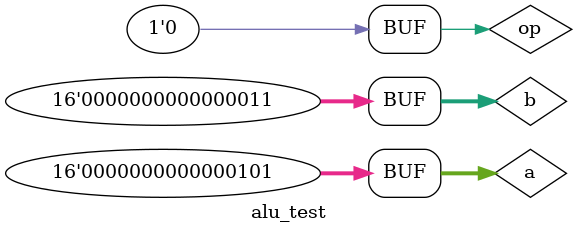
<source format=v>
`timescale 1ns / 1ps


module alu_test;

	// Inputs
	reg [15:0] a;
	reg [15:0] b;
	wire [15:0] data_out;
	reg op;

	// Instantiate the Unit Under Test (UUT)
	alu uut (
		.a(a), 
		.b(b),
		.op(op),
		.data_out(data_out)
	);

	initial begin
		// Initialize Inputs
		a = 0;
		b = 0;
		op = 1;

		// Wait 100 ns for global reset to finish
		#100;
		a = 5;
		b = 3;
		#2 op = 0;
        
		// Add stimulus here

	end
      
endmodule


</source>
